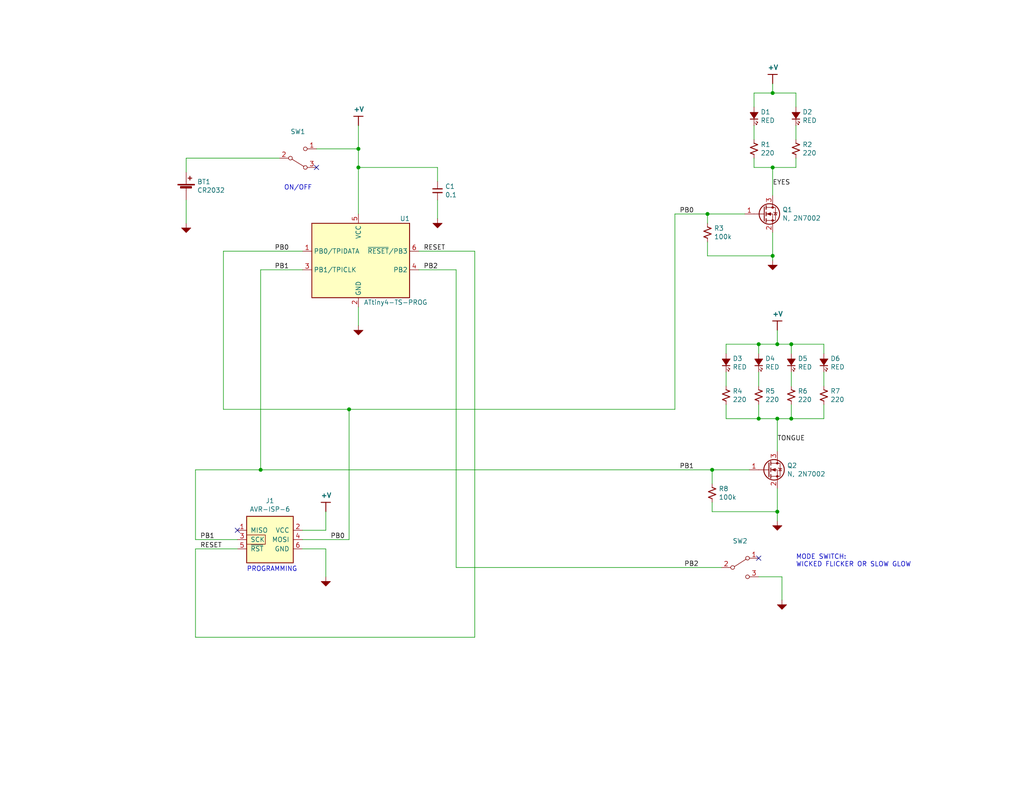
<source format=kicad_sch>
(kicad_sch (version 20211123) (generator eeschema)
  (paper "A")
  (title_block (title "Merry Krampus") (date "2021-11-05") (rev "A") (company "company") (comment 1 "comment1") (comment 2 "KRP-0100") (comment 3 "R. WRIGHT") (comment 4 "comment4"))
  (lib_symbols
    (symbol "Alpenglow:+V" (power) (pin_names (offset 0))
      (property "Value" "+V" (at 0 3.556 0))
      (symbol "+V_0_1"
        (polyline (pts (xy -1.27 2.54) (xy 1.27 2.54)) (stroke (width 0.254)))
        (polyline (pts (xy 0 0) (xy 0 2.54)) (stroke (width 0.254)))
        (polyline (pts (xy 0.635 2.54) (xy 0.635 2.54)))
      )
      (symbol "+V_1_1"
        (pin power_in line (at 0 0 90) (length 0) hide (name "+V") (number "1"))
      )
    )
    (symbol "Alpenglow:ATtiny4-TS-PROG"
      (property "Reference" "U" (at -12.7 11.43 0))
      (property "Value" "ATtiny4-TS-PROG" (at 2.54 -16.51 0))
      (symbol "ATtiny4-TS-PROG_0_1"
        (rectangle (start -12.7 -10.16) (end 13.97 10.16) (stroke (width 0.254)) (fill (type background)))
      )
      (symbol "ATtiny4-TS-PROG_1_1"
        (pin bidirectional line (at -15.24 2.54 0) (length 2.54) (name "PB0/TPIDATA") (number "1"))
        (pin power_in line (at 0 -12.7 90) (length 2.54) (name "GND") (number "2"))
        (pin bidirectional line (at -15.24 -2.54 0) (length 2.54) (name "PB1/TPICLK") (number "3"))
        (pin bidirectional line (at 16.51 -2.54 180) (length 2.54) (name "PB2") (number "4"))
        (pin power_in line (at 0 12.7 270) (length 2.54) (name "VCC") (number "5"))
        (pin bidirectional line (at 16.51 2.54 180) (length 2.54) (name "~{RESET}/PB3") (number "6"))
      )
    )
    (symbol "Alpenglow:AVR-ISP-6" (pin_names (offset 1.016))
      (property "Reference" "J" (at 3.81 11.43 0))
      (property "Value" "AVR-ISP-6" (at -6.35 -3.81 0))
      (symbol "AVR-ISP-6_0_1"
        (rectangle (start -7.62 5.08) (end -2.54 2.54))
        (rectangle (start 5.08 10.16) (end -7.62 -2.54) (stroke (width 0.254)) (fill (type background)))
      )
      (symbol "AVR-ISP-6_1_1"
        (pin passive line (at -10.16 6.35 0) (length 2.54) (name "MISO") (number "1"))
        (pin passive line (at 7.62 6.35 180) (length 2.54) (name "VCC") (number "2"))
        (pin passive line (at -10.16 3.81 0) (length 2.54) (name "SCK") (number "3"))
        (pin passive line (at 7.62 3.81 180) (length 2.54) (name "MOSI") (number "4"))
        (pin passive line (at -10.16 1.27 0) (length 2.54) (name "~{RST}") (number "5"))
        (pin passive line (at 7.62 1.27 180) (length 2.54) (name "GND") (number "6"))
      )
    )
    (symbol "Alpenglow:CAP" (pin_numbers hide) (pin_names (offset 0.254))
      (property "Reference" "C" (at 0.635 2.032 0))
      (property "Value" "CAP" (at 0.635 -2.032 0))
      (symbol "CAP_0_1"
        (polyline (pts (xy -1.27 -0.508) (xy 1.27 -0.508)) (stroke (width 0.3048)))
        (polyline (pts (xy -1.27 0.508) (xy 1.27 0.508)) (stroke (width 0.3048)))
      )
      (symbol "CAP_1_1"
        (pin passive line (at 0 2.54 270) (length 2.032) (name "~") (number "1"))
        (pin passive line (at 0 -2.54 90) (length 2.032) (name "~") (number "2"))
      )
    )
    (symbol "Alpenglow:GND" (power) (pin_numbers hide) (pin_names (offset 0) hide) (in_bom no)
      (symbol "GND_0_1"
        (polyline (pts (xy 0 0) (xy 0 -1.27) (xy 1.27 -1.27) (xy 0 -2.54) (xy -1.27 -1.27) (xy 0 -1.27)) (fill (type outline)))
      )
      (symbol "GND_1_1"
        (pin power_in line (at 0 0 270) (length 0) hide (name "GND") (number "1"))
      )
    )
    (symbol "Alpenglow:LED" (pin_numbers hide) (pin_names (offset 0.254) hide)
      (property "Reference" "D" (at -1.27 3.175 0))
      (property "Value" "LED" (at -4.445 -2.54 0))
      (symbol "LED_0_1"
        (polyline (pts (xy -0.762 -1.016) (xy -0.762 1.016)) (stroke (width 0.254)))
        (polyline (pts (xy 1.016 0) (xy -0.762 0)))
        (polyline (pts (xy 1.016 -1.016) (xy -0.508 0) (xy 1.016 1.016) (xy 1.016 -1.016)) (stroke (width 0.254)) (fill (type outline)))
        (polyline (pts (xy -1.778 -0.254) (xy -2.286 -0.762) (xy -2.286 -0.508) (xy -2.286 -0.762) (xy -2.032 -0.762)))
        (polyline (pts (xy -1.27 -0.508) (xy -1.778 -1.016) (xy -1.778 -0.762) (xy -1.778 -1.016) (xy -1.524 -1.016)))
      )
      (symbol "LED_1_1"
        (pin passive line (at -2.54 0 0) (length 1.778) (name "K") (number "1"))
        (pin passive line (at 2.54 0 180) (length 1.778) (name "A") (number "2"))
      )
    )
    (symbol "Alpenglow:RES" (pin_numbers hide) (pin_names (offset 0.254) hide)
      (property "Reference" "R" (at 1.27 1.016 0))
      (property "Value" "RES" (at 1.27 -1.016 0))
      (symbol "RES_1_1"
        (polyline (pts (xy 0 0) (xy 1.016 -0.381) (xy 0 -0.762) (xy -1.016 -1.143) (xy 0 -1.524)) (stroke (width 0.254)))
        (polyline (pts (xy 0 1.524) (xy 1.016 1.143) (xy 0 0.762) (xy -1.016 0.381) (xy 0 0)) (stroke (width 0.254)))
        (pin passive line (at 0 2.54 270) (length 1.016) (name "~") (number "1"))
        (pin passive line (at 0 -2.54 90) (length 1.016) (name "~") (number "2"))
      )
    )
    (symbol "Alpenglow:SW_SPDT" (pin_names (offset 0) hide)
      (property "Reference" "SW" (at 0 4.318 0))
      (property "Value" "Alpenglow_SW_SPDT" (at 0 -5.08 0))
      (symbol "SW_SPDT_0_0"
        (circle (center -2.032 0) (radius 0.508))
        (circle (center 2.032 -2.54) (radius 0.508))
      )
      (symbol "SW_SPDT_0_1"
        (polyline (pts (xy -1.524 0.254) (xy 1.651 2.286)))
        (circle (center 2.032 2.54) (radius 0.508))
      )
      (symbol "SW_SPDT_1_1"
        (pin passive line (at 5.08 2.54 180) (length 2.54) (name "A") (number "1"))
        (pin passive line (at -5.08 0 0) (length 2.54) (name "B") (number "2"))
        (pin passive line (at 5.08 -2.54 180) (length 2.54) (name "C") (number "3"))
      )
    )
    (symbol "Device:Battery_Cell" (pin_numbers hide) (pin_names (offset 0) hide)
      (property "Reference" "BT" (at 2.54 2.54 0))
      (property "Value" "Battery_Cell" (at 2.54 0 0))
      (symbol "Battery_Cell_0_1"
        (rectangle (start -2.286 1.778) (end 2.286 1.524) (fill (type outline)))
        (rectangle (start -1.5748 1.1938) (end 1.4732 0.6858) (fill (type outline)))
        (polyline (pts (xy 0 0.762) (xy 0 0)))
        (polyline (pts (xy 0 1.778) (xy 0 2.54)))
        (polyline (pts (xy 0.508 3.429) (xy 1.524 3.429)) (stroke (width 0.254)))
        (polyline (pts (xy 1.016 3.937) (xy 1.016 2.921)) (stroke (width 0.254)))
      )
      (symbol "Battery_Cell_1_1"
        (pin passive line (at 0 5.08 270) (length 2.54) (name "+") (number "1"))
        (pin passive line (at 0 -2.54 90) (length 2.54) (name "-") (number "2"))
      )
    )
    (symbol "Device:Q_NMOS_GSD" (pin_names (offset 0) hide)
      (property "Reference" "Q" (at 5.08 1.27 0))
      (property "Value" "Q_NMOS_GSD" (at 5.08 -1.27 0))
      (symbol "Q_NMOS_GSD_0_1"
        (polyline (pts (xy 0.254 0) (xy -2.54 0)))
        (polyline (pts (xy 0.254 1.905) (xy 0.254 -1.905)) (stroke (width 0.254)))
        (polyline (pts (xy 0.762 -1.27) (xy 0.762 -2.286)) (stroke (width 0.254)))
        (polyline (pts (xy 0.762 0.508) (xy 0.762 -0.508)) (stroke (width 0.254)))
        (polyline (pts (xy 0.762 2.286) (xy 0.762 1.27)) (stroke (width 0.254)))
        (polyline (pts (xy 2.54 2.54) (xy 2.54 1.778)))
        (polyline (pts (xy 2.54 -2.54) (xy 2.54 0) (xy 0.762 0)))
        (polyline (pts (xy 0.762 -1.778) (xy 3.302 -1.778) (xy 3.302 1.778) (xy 0.762 1.778)))
        (polyline (pts (xy 1.016 0) (xy 2.032 0.381) (xy 2.032 -0.381) (xy 1.016 0)) (fill (type outline)))
        (polyline (pts (xy 2.794 0.508) (xy 2.921 0.381) (xy 3.683 0.381) (xy 3.81 0.254)))
        (polyline (pts (xy 3.302 0.381) (xy 2.921 -0.254) (xy 3.683 -0.254) (xy 3.302 0.381)))
        (circle (center 1.651 0) (radius 2.794) (stroke (width 0.254)))
        (circle (center 2.54 -1.778) (radius 0.254) (fill (type outline)))
        (circle (center 2.54 1.778) (radius 0.254) (fill (type outline)))
      )
      (symbol "Q_NMOS_GSD_1_1"
        (pin input line (at -5.08 0 0) (length 2.54) (name "G") (number "1"))
        (pin passive line (at 2.54 -5.08 90) (length 2.54) (name "S") (number "2"))
        (pin passive line (at 2.54 5.08 270) (length 2.54) (name "D") (number "3"))
      )
    )
    (symbol "Krampus-rescue:SW_SPDT_Flipped-Alpenglow" (pin_names (offset 0) hide)
      (property "Reference" "SW" (at 0 4.318 0))
      (property "Value" "SW_SPDT_Flipped-Alpenglow" (at 0 -5.08 0))
      (symbol "SW_SPDT_Flipped-Alpenglow_0_0"
        (circle (center -2.032 0) (radius 0.508))
        (circle (center 2.032 -2.54) (radius 0.508))
      )
      (symbol "SW_SPDT_Flipped-Alpenglow_0_1"
        (polyline (pts (xy -1.651 -0.254) (xy 1.651 -2.286)))
        (circle (center 2.032 2.54) (radius 0.508))
      )
      (symbol "SW_SPDT_Flipped-Alpenglow_1_1"
        (pin passive line (at 5.08 2.54 180) (length 2.54) (name "A") (number "1"))
        (pin passive line (at -5.08 0 0) (length 2.54) (name "B") (number "2"))
        (pin passive line (at 5.08 -2.54 180) (length 2.54) (name "C") (number "3"))
      )
    )
  )
  (junction (at 212.09 139.7))
  (junction (at 215.9 93.98))
  (junction (at 212.09 114.3))
  (junction (at 212.09 93.98))
  (junction (at 207.01 114.3))
  (junction (at 210.82 25.4))
  (junction (at 215.9 114.3))
  (junction (at 97.79 45.72))
  (junction (at 95.25 111.76))
  (junction (at 97.79 40.64))
  (junction (at 71.12 128.27))
  (junction (at 193.04 58.42))
  (junction (at 207.01 93.98))
  (junction (at 210.82 45.72))
  (junction (at 194.31 128.27))
  (junction (at 210.82 69.85))
  (no_connect (at 86.36 45.72))
  (no_connect (at 64.77 144.78))
  (no_connect (at 207.01 152.4))
  (wire (pts (xy 215.9 105.41) (xy 215.9 101.6)))
  (wire (pts (xy 88.9 144.78) (xy 88.9 139.7)))
  (wire (pts (xy 97.79 45.72) (xy 119.38 45.72)))
  (wire (pts (xy 207.01 114.3) (xy 198.12 114.3)))
  (wire (pts (xy 217.17 45.72) (xy 210.82 45.72)))
  (wire (pts (xy 124.46 154.94) (xy 196.85 154.94)))
  (wire (pts (xy 212.09 114.3) (xy 207.01 114.3)))
  (wire (pts (xy 205.74 29.21) (xy 205.74 25.4)))
  (wire (pts (xy 194.31 128.27) (xy 204.47 128.27)))
  (wire (pts (xy 198.12 114.3) (xy 198.12 110.49)))
  (wire (pts (xy 129.54 68.58) (xy 129.54 173.99)))
  (wire (pts (xy 217.17 29.21) (xy 217.17 25.4)))
  (wire (pts (xy 210.82 69.85) (xy 210.82 71.12)))
  (wire (pts (xy 212.09 133.35) (xy 212.09 139.7)))
  (wire (pts (xy 53.34 147.32) (xy 53.34 128.27)))
  (wire (pts (xy 212.09 123.19) (xy 212.09 114.3)))
  (wire (pts (xy 210.82 63.5) (xy 210.82 69.85)))
  (wire (pts (xy 205.74 45.72) (xy 205.74 43.18)))
  (wire (pts (xy 207.01 93.98) (xy 212.09 93.98)))
  (wire (pts (xy 119.38 49.53) (xy 119.38 45.72)))
  (wire (pts (xy 82.55 149.86) (xy 88.9 149.86)))
  (wire (pts (xy 50.8 54.61) (xy 50.8 60.96)))
  (wire (pts (xy 194.31 139.7) (xy 212.09 139.7)))
  (wire (pts (xy 119.38 54.61) (xy 119.38 59.69)))
  (wire (pts (xy 82.55 73.66) (xy 71.12 73.66)))
  (wire (pts (xy 184.15 58.42) (xy 193.04 58.42)))
  (wire (pts (xy 224.79 101.6) (xy 224.79 105.41)))
  (wire (pts (xy 193.04 58.42) (xy 203.2 58.42)))
  (wire (pts (xy 215.9 96.52) (xy 215.9 93.98)))
  (wire (pts (xy 212.09 93.98) (xy 212.09 90.17)))
  (wire (pts (xy 215.9 114.3) (xy 224.79 114.3)))
  (wire (pts (xy 50.8 43.18) (xy 76.2 43.18)))
  (wire (pts (xy 50.8 46.99) (xy 50.8 43.18)))
  (wire (pts (xy 114.3 68.58) (xy 129.54 68.58)))
  (wire (pts (xy 198.12 96.52) (xy 198.12 93.98)))
  (wire (pts (xy 193.04 60.96) (xy 193.04 58.42)))
  (wire (pts (xy 215.9 93.98) (xy 224.79 93.98)))
  (wire (pts (xy 194.31 132.08) (xy 194.31 128.27)))
  (wire (pts (xy 210.82 53.34) (xy 210.82 45.72)))
  (wire (pts (xy 97.79 83.82) (xy 97.79 88.9)))
  (wire (pts (xy 71.12 73.66) (xy 71.12 128.27)))
  (wire (pts (xy 53.34 173.99) (xy 129.54 173.99)))
  (wire (pts (xy 198.12 93.98) (xy 207.01 93.98)))
  (wire (pts (xy 88.9 149.86) (xy 88.9 157.48)))
  (wire (pts (xy 210.82 25.4) (xy 217.17 25.4)))
  (wire (pts (xy 205.74 25.4) (xy 210.82 25.4)))
  (wire (pts (xy 193.04 69.85) (xy 210.82 69.85)))
  (wire (pts (xy 64.77 147.32) (xy 53.34 147.32)))
  (wire (pts (xy 207.01 110.49) (xy 207.01 114.3)))
  (wire (pts (xy 224.79 93.98) (xy 224.79 96.52)))
  (wire (pts (xy 210.82 45.72) (xy 205.74 45.72)))
  (wire (pts (xy 213.36 157.48) (xy 213.36 163.83)))
  (wire (pts (xy 194.31 137.16) (xy 194.31 139.7)))
  (wire (pts (xy 82.55 144.78) (xy 88.9 144.78)))
  (wire (pts (xy 198.12 105.41) (xy 198.12 101.6)))
  (wire (pts (xy 97.79 58.42) (xy 97.79 45.72)))
  (wire (pts (xy 60.96 68.58) (xy 60.96 111.76)))
  (wire (pts (xy 210.82 22.86) (xy 210.82 25.4)))
  (wire (pts (xy 215.9 110.49) (xy 215.9 114.3)))
  (wire (pts (xy 212.09 93.98) (xy 215.9 93.98)))
  (wire (pts (xy 217.17 43.18) (xy 217.17 45.72)))
  (wire (pts (xy 114.3 73.66) (xy 124.46 73.66)))
  (wire (pts (xy 212.09 114.3) (xy 215.9 114.3)))
  (wire (pts (xy 124.46 73.66) (xy 124.46 154.94)))
  (wire (pts (xy 184.15 111.76) (xy 184.15 58.42)))
  (wire (pts (xy 207.01 96.52) (xy 207.01 93.98)))
  (wire (pts (xy 53.34 149.86) (xy 53.34 173.99)))
  (wire (pts (xy 71.12 128.27) (xy 194.31 128.27)))
  (wire (pts (xy 86.36 40.64) (xy 97.79 40.64)))
  (wire (pts (xy 207.01 157.48) (xy 213.36 157.48)))
  (wire (pts (xy 212.09 139.7) (xy 212.09 142.24)))
  (wire (pts (xy 217.17 34.29) (xy 217.17 38.1)))
  (wire (pts (xy 53.34 128.27) (xy 71.12 128.27)))
  (wire (pts (xy 95.25 147.32) (xy 95.25 111.76)))
  (wire (pts (xy 64.77 149.86) (xy 53.34 149.86)))
  (wire (pts (xy 97.79 40.64) (xy 97.79 34.29)))
  (wire (pts (xy 207.01 105.41) (xy 207.01 101.6)))
  (wire (pts (xy 60.96 111.76) (xy 95.25 111.76)))
  (wire (pts (xy 95.25 111.76) (xy 184.15 111.76)))
  (wire (pts (xy 205.74 38.1) (xy 205.74 34.29)))
  (wire (pts (xy 60.96 68.58) (xy 82.55 68.58)))
  (wire (pts (xy 224.79 114.3) (xy 224.79 110.49)))
  (wire (pts (xy 97.79 45.72) (xy 97.79 40.64)))
  (wire (pts (xy 193.04 66.04) (xy 193.04 69.85)))
  (wire (pts (xy 82.55 147.32) (xy 95.25 147.32)))
  (text "MODE SWITCH:\nWICKED FLICKER OR SLOW GLOW" (at 217.17 154.94 0) (effects (font (size 1.27 1.27)) (justify left bottom)))
  (text "PROGRAMMING" (at 67.31 156.21 0) (effects (font (size 1.27 1.27)) (justify left bottom)))
  (text "ON/OFF " (at 77.47 52.07 0) (effects (font (size 1.27 1.27)) (justify left bottom)))
  (label "RESET" (at 115.57 68.58 0))
  (label "PB2" (at 186.69 154.94 0))
  (label "PB1" (at 185.42 128.27 0))
  (label "PB1" (at 54.61 147.32 0))
  (label "PB1" (at 74.93 73.66 0))
  (label "TONGUE" (at 212.09 120.65 0))
  (label "PB0" (at 74.93 68.58 0))
  (label "PB0" (at 185.42 58.42 0))
  (label "EYES" (at 210.82 50.8 0))
  (label "RESET" (at 54.61 149.86 0))
  (label "PB0" (at 90.17 147.32 0))
  (label "PB2" (at 115.57 73.66 0))
  (symbol (lib_id "Device:Battery_Cell") (at 50.8 52.07 0) (unit 1)
    (property "Reference" "BT1" (at 53.7972 49.6316 0) (effects (justify left)))
    (property "Value" "CR2032" (at 53.7972 51.943 0) (effects (justify left)))
    (property "Footprint" "Alpenglow:BatteryHolder_CR2032_SMT" (effects hide))
  )
  (symbol (lib_id "Krampus-rescue:SW_SPDT_Flipped-Alpenglow") (at 81.28 43.18 0) (unit 1)
    (property "Reference" "SW1" (at 81.28 35.941 0))
    (property "Value" "SW_SPDT_Flipped" (effects hide))
    (property "Footprint" "Button_Switch_SMD:SW_SPDT_PCM12" (effects hide))
  )
  (symbol (lib_id "Alpenglow:+V") (at 97.79 34.29 0) (unit 1)
    (property "Reference" "#PWR02" (effects hide))
    (property "Value" "+V" (at 97.8916 29.845 0) (effects (font bold)))
  )
  (symbol (lib_id "Alpenglow:ATtiny4-TS-PROG") (at 97.79 71.12 0) (unit 1)
    (property "Reference" "U1" (at 110.49 59.69 0))
    (property "Value" "ATtiny4-TS-PROG" (at 107.95 82.55 0))
    (property "Footprint" "Alpenglow:SOT-23-6_Handsoldering" (effects hide))
    (property "Datasheet" "http://ww1.microchip.com/downloads/en/DeviceDoc/Atmel-8127-AVR-8-bit-Microcontroller-ATtiny4-ATtiny5-ATtiny9-ATtiny10_Datasheet.pdf" (effects hide))
  )
  (symbol (lib_id "Alpenglow:GND") (at 50.8 60.96 0) (unit 1)
    (property "Reference" "#PWR04" (effects hide))
    (property "Value" "GND" (effects hide))
  )
  (symbol (lib_id "Alpenglow:GND") (at 97.79 88.9 0) (unit 1)
    (property "Reference" "#PWR06" (effects hide))
    (property "Value" "GND" (effects hide))
  )
  (symbol (lib_id "Alpenglow:RES") (at 193.04 63.5 0) (unit 1)
    (property "Reference" "R3" (at 194.818 62.3316 0) (effects (justify left)))
    (property "Value" "100k" (at 194.818 64.643 0) (effects (justify left)))
    (property "Footprint" "Resistor_SMD:R_1206_3216Metric_Pad1.30x1.75mm_HandSolder" (effects hide))
  )
  (symbol (lib_id "Alpenglow:RES") (at 205.74 40.64 0) (unit 1)
    (property "Reference" "R1" (at 207.518 39.4716 0) (effects (justify left)))
    (property "Value" "220" (at 207.518 41.783 0) (effects (justify left)))
    (property "Footprint" "Resistor_SMD:R_1206_3216Metric_Pad1.30x1.75mm_HandSolder" (effects hide))
  )
  (symbol (lib_id "Alpenglow:RES") (at 217.17 40.64 0) (unit 1)
    (property "Reference" "R2" (at 218.948 39.4716 0) (effects (justify left)))
    (property "Value" "220" (at 218.948 41.783 0) (effects (justify left)))
    (property "Footprint" "Resistor_SMD:R_1206_3216Metric_Pad1.30x1.75mm_HandSolder" (effects hide))
  )
  (symbol (lib_id "Device:Q_NMOS_GSD") (at 208.28 58.42 0) (unit 1)
    (property "Reference" "Q1" (at 213.4616 57.2516 0) (effects (justify left)))
    (property "Value" "N, 2N7002" (at 213.4616 59.563 0) (effects (justify left)))
    (property "Footprint" "Alpenglow:SOT-23-3" (effects hide))
  )
  (symbol (lib_id "Device:Q_NMOS_GSD") (at 209.55 128.27 0) (unit 1)
    (property "Reference" "Q2" (at 214.7316 127.1016 0) (effects (justify left)))
    (property "Value" "N, 2N7002" (at 214.7316 129.413 0) (effects (justify left)))
    (property "Footprint" "Alpenglow:SOT-23-3" (effects hide))
  )
  (symbol (lib_id "Alpenglow:LED") (at 205.74 31.75 90) (unit 1)
    (property "Reference" "D1" (at 207.518 30.5816 90) (effects (justify right)))
    (property "Value" "RED" (at 207.518 32.893 90) (effects (justify right)))
    (property "Footprint" "Alpenglow:LED_1204_RTA_2P" (effects hide))
  )
  (symbol (lib_id "Alpenglow:LED") (at 217.17 31.75 90) (unit 1)
    (property "Reference" "D2" (at 218.948 30.5816 90) (effects (justify right)))
    (property "Value" "RED" (at 218.948 32.893 90) (effects (justify right)))
    (property "Footprint" "Alpenglow:LED_1204_RTA_2P" (effects hide))
  )
  (symbol (lib_id "Alpenglow:+V") (at 210.82 22.86 0) (unit 1)
    (property "Reference" "#PWR01" (effects hide))
    (property "Value" "+V" (at 210.9216 18.415 0) (effects (font bold)))
  )
  (symbol (lib_id "Alpenglow:GND") (at 210.82 71.12 0) (unit 1)
    (property "Reference" "#PWR05" (effects hide))
    (property "Value" "GND" (effects hide))
  )
  (symbol (lib_id "Alpenglow:RES") (at 194.31 134.62 0) (unit 1)
    (property "Reference" "R8" (at 196.088 133.4516 0) (effects (justify left)))
    (property "Value" "100k" (at 196.088 135.763 0) (effects (justify left)))
    (property "Footprint" "Resistor_SMD:R_1206_3216Metric_Pad1.30x1.75mm_HandSolder" (effects hide))
  )
  (symbol (lib_id "Alpenglow:RES") (at 198.12 107.95 0) (unit 1)
    (property "Reference" "R4" (at 199.898 106.7816 0) (effects (justify left)))
    (property "Value" "220" (at 199.898 109.093 0) (effects (justify left)))
    (property "Footprint" "Resistor_SMD:R_1206_3216Metric_Pad1.30x1.75mm_HandSolder" (effects hide))
  )
  (symbol (lib_id "Alpenglow:RES") (at 207.01 107.95 0) (unit 1)
    (property "Reference" "R5" (at 208.788 106.7816 0) (effects (justify left)))
    (property "Value" "220" (at 208.788 109.093 0) (effects (justify left)))
    (property "Footprint" "Resistor_SMD:R_1206_3216Metric_Pad1.30x1.75mm_HandSolder" (effects hide))
  )
  (symbol (lib_id "Alpenglow:RES") (at 224.79 107.95 0) (unit 1)
    (property "Reference" "R7" (at 226.568 106.7816 0) (effects (justify left)))
    (property "Value" "220" (at 226.568 109.093 0) (effects (justify left)))
    (property "Footprint" "Resistor_SMD:R_1206_3216Metric_Pad1.30x1.75mm_HandSolder" (effects hide))
  )
  (symbol (lib_id "Alpenglow:RES") (at 215.9 107.95 0) (unit 1)
    (property "Reference" "R6" (at 217.678 106.7816 0) (effects (justify left)))
    (property "Value" "220" (at 217.678 109.093 0) (effects (justify left)))
    (property "Footprint" "Resistor_SMD:R_1206_3216Metric_Pad1.30x1.75mm_HandSolder" (effects hide))
  )
  (symbol (lib_id "Alpenglow:LED") (at 198.12 99.06 90) (unit 1)
    (property "Reference" "D3" (at 199.898 97.8916 90) (effects (justify right)))
    (property "Value" "RED" (at 199.898 100.203 90) (effects (justify right)))
    (property "Footprint" "Alpenglow:LED_1204_RTA_2P" (effects hide))
  )
  (symbol (lib_id "Alpenglow:LED") (at 207.01 99.06 90) (unit 1)
    (property "Reference" "D4" (at 208.788 97.8916 90) (effects (justify right)))
    (property "Value" "RED" (at 208.788 100.203 90) (effects (justify right)))
    (property "Footprint" "Alpenglow:LED_1204_RTA_2P" (effects hide))
  )
  (symbol (lib_id "Alpenglow:LED") (at 215.9 99.06 90) (unit 1)
    (property "Reference" "D5" (at 217.678 97.8916 90) (effects (justify right)))
    (property "Value" "RED" (at 217.678 100.203 90) (effects (justify right)))
    (property "Footprint" "Alpenglow:LED_1204_RTA_2P" (effects hide))
  )
  (symbol (lib_id "Alpenglow:LED") (at 224.79 99.06 90) (unit 1)
    (property "Reference" "D6" (at 226.568 97.8916 90) (effects (justify right)))
    (property "Value" "RED" (at 226.568 100.203 90) (effects (justify right)))
    (property "Footprint" "Alpenglow:LED_1204_RTA_2P" (effects hide))
  )
  (symbol (lib_id "Alpenglow:+V") (at 212.09 90.17 0) (unit 1)
    (property "Reference" "#PWR07" (effects hide))
    (property "Value" "+V" (at 212.1916 85.725 0) (effects (font bold)))
  )
  (symbol (lib_id "Alpenglow:GND") (at 212.09 142.24 0) (unit 1)
    (property "Reference" "#PWR09" (effects hide))
    (property "Value" "GND" (effects hide))
  )
  (symbol (lib_id "Alpenglow:AVR-ISP-6") (at 74.93 151.13 0) (unit 1)
    (property "Reference" "J1" (at 73.66 136.7282 0))
    (property "Value" "AVR-ISP-6" (at 73.66 139.0396 0))
    (property "Footprint" "Alpenglow:CONN-ISP-POGO-SMT" (effects hide))
    (property "Datasheet" " ~" (effects hide))
  )
  (symbol (lib_id "Alpenglow:GND") (at 88.9 157.48 0) (unit 1)
    (property "Reference" "#PWR010" (effects hide))
    (property "Value" "GND" (effects hide))
  )
  (symbol (lib_id "Alpenglow:SW_SPDT") (at 201.93 154.94 0) (unit 1)
    (property "Reference" "SW2" (at 201.93 147.701 0))
    (property "Value" "SW_SPDT" (effects hide))
    (property "Footprint" "Button_Switch_SMD:SW_SPDT_PCM12" (effects hide))
  )
  (symbol (lib_id "Alpenglow:GND") (at 213.36 163.83 0) (unit 1)
    (property "Reference" "#PWR011" (effects hide))
    (property "Value" "GND" (effects hide))
  )
  (symbol (lib_id "Alpenglow:+V") (at 88.9 139.7 0) (unit 1)
    (property "Reference" "#PWR08" (effects hide))
    (property "Value" "+V" (at 89.0016 135.255 0) (effects (font bold)))
  )
  (symbol (lib_id "Alpenglow:CAP") (at 119.38 52.07 0) (unit 1)
    (property "Reference" "C1" (at 121.4374 50.9016 0) (effects (justify left)))
    (property "Value" "0.1" (at 121.4374 53.213 0) (effects (justify left)))
    (property "Footprint" "Capacitor_SMD:C_1206_3216Metric_Pad1.33x1.80mm_HandSolder" (effects hide))
  )
  (symbol (lib_id "Alpenglow:GND") (at 119.38 59.69 0) (unit 1)
    (property "Reference" "#PWR03" (effects hide))
    (property "Value" "GND" (effects hide))
  )
)
</source>
